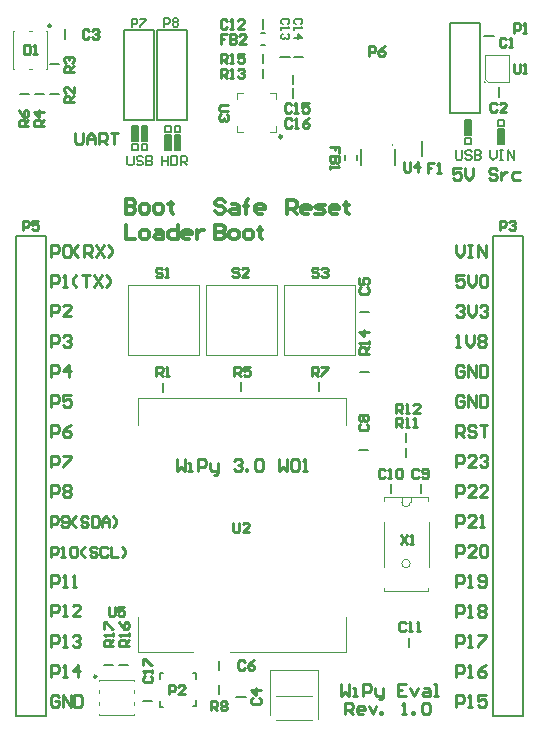
<source format=gto>
G04*
G04 #@! TF.GenerationSoftware,Altium Limited,Altium Designer,18.1.7 (191)*
G04*
G04 Layer_Color=65535*
%FSLAX44Y44*%
%MOMM*%
G71*
G01*
G75*
%ADD10C,0.2200*%
%ADD11C,0.1000*%
%ADD12C,0.2000*%
%ADD13C,0.2540*%
%ADD14C,0.2500*%
%ADD15C,0.3000*%
G36*
X108980Y505460D02*
X113680D01*
Y492760D01*
X108980D01*
Y505460D01*
D02*
G37*
G36*
X116980D02*
X121680D01*
Y492760D01*
X116980D01*
Y505460D01*
D02*
G37*
G36*
X136950Y485140D02*
X141650D01*
Y497840D01*
X136950D01*
Y485140D01*
D02*
G37*
G36*
X144950D02*
X149650D01*
Y497840D01*
X144950D01*
Y485140D01*
D02*
G37*
G36*
X391030Y510030D02*
X395730D01*
Y497330D01*
X391030D01*
Y510030D01*
D02*
G37*
G36*
X418970Y489710D02*
X423670D01*
Y502410D01*
X418970D01*
Y489710D01*
D02*
G37*
G36*
X406570Y543740D02*
X409110Y541200D01*
X406570D01*
Y543740D01*
D02*
G37*
D10*
X39850Y590010D02*
G03*
X39850Y590010I-1000J0D01*
G01*
X78580Y38878D02*
G03*
X78580Y38878I-1000J0D01*
G01*
D11*
X344302Y134620D02*
G03*
X344302Y134620I-3592J0D01*
G01*
X336900Y186690D02*
G03*
X344520Y186690I3810J0D01*
G01*
X36340Y553690D02*
Y585690D01*
X8340Y553690D02*
Y585690D01*
X35840Y553690D02*
X36340D01*
X21070D02*
X23610D01*
X8340D02*
X8840D01*
X8340Y585690D02*
X8840D01*
X21070D02*
X23610D01*
X35840D02*
X36340D01*
X428160Y545010D02*
Y565330D01*
X407840D02*
X428160D01*
X407840Y545010D02*
Y565330D01*
X428160Y542470D02*
Y545010D01*
X410380Y542470D02*
X428160D01*
X407840Y545010D02*
X410380Y542470D01*
X113680Y275140D02*
X290180D01*
X113680Y251640D02*
Y275140D01*
X290180Y251640D02*
Y275140D01*
Y60140D02*
Y89640D01*
X191930Y60140D02*
X290180D01*
X113680D02*
X159930D01*
X113680D02*
Y89640D01*
X105280Y310920D02*
Y370920D01*
X165280D01*
Y310920D02*
Y370920D01*
X105280Y310920D02*
X165280D01*
X297360D02*
Y370920D01*
X237360Y310920D02*
X297360D01*
X237360D02*
Y370920D01*
X297360D01*
X231320Y310916D02*
Y370916D01*
X171320Y310916D02*
X231320D01*
X171320D02*
Y370916D01*
X231320D01*
X80360Y6098D02*
X110360D01*
Y7128D01*
X80360Y6098D02*
Y7128D01*
Y14988D02*
Y17288D01*
X110360Y14988D02*
Y17288D01*
Y24908D02*
Y27208D01*
X80360Y24908D02*
Y27208D01*
Y35068D02*
Y36098D01*
X110360Y35068D02*
Y36098D01*
X80360D02*
X110360D01*
X321710Y111130D02*
X359710D01*
Y187960D02*
Y191130D01*
X321710Y187960D02*
Y191130D01*
X321660Y187960D02*
X321710D01*
Y111130D02*
Y114300D01*
X359710Y111130D02*
Y114300D01*
X359760Y132080D02*
Y170180D01*
X321660Y132080D02*
Y170180D01*
X336900Y186690D02*
Y191130D01*
X344520Y186690D02*
Y191130D01*
X321710D02*
X336900D01*
X344520D02*
X359710D01*
X336900D02*
X344520D01*
X197610Y527970D02*
Y533050D01*
X225550Y500030D02*
X230630D01*
X197610Y533050D02*
X202690D01*
X230630Y500030D02*
Y505110D01*
X225550Y533050D02*
X230630D01*
X197610Y500030D02*
Y505110D01*
X230630Y527970D02*
Y533050D01*
X197610Y500030D02*
X202690D01*
X245850Y22368D02*
X260850D01*
X230850D02*
X245850D01*
Y2368D02*
X260850D01*
X230850D02*
X245850D01*
X225294Y44677D02*
X265934D01*
X225294Y6780D02*
Y44677D01*
X265934Y3281D02*
Y44677D01*
D12*
X329500Y489000D02*
G03*
X329500Y489000I-500J0D01*
G01*
X343330Y64000D02*
Y72000D01*
X341000Y237190D02*
Y244810D01*
Y225190D02*
Y232810D01*
X414300Y5900D02*
X439700D01*
Y393250D01*
Y412300D01*
X414300D02*
X439700D01*
X414300Y5900D02*
Y412300D01*
X10300Y5900D02*
X35700D01*
Y393250D01*
Y412300D01*
X10300D02*
X35700D01*
X10300Y5900D02*
Y412300D01*
X391030Y510030D02*
X395730D01*
Y497330D02*
Y510030D01*
X391030Y497330D02*
X395730D01*
X391030D02*
Y510030D01*
Y489710D02*
Y494790D01*
Y489710D02*
X395730D01*
Y494790D01*
X391030D02*
X395730D01*
X418970Y504950D02*
X423670D01*
Y510030D01*
X418970D02*
X423670D01*
X418970Y504950D02*
Y510030D01*
Y489710D02*
Y502410D01*
X423670D01*
Y489710D02*
Y502410D01*
X418970Y489710D02*
X423670D01*
X136950Y485140D02*
X141650D01*
Y497840D01*
X136950D02*
X141650D01*
X136950Y485140D02*
Y497840D01*
X144950Y485140D02*
Y497840D01*
X149650D01*
Y485140D02*
Y497840D01*
X144950Y485140D02*
X149650D01*
X136950Y500380D02*
Y505460D01*
X141650D01*
Y500380D02*
Y505460D01*
X136950Y500380D02*
X141650D01*
X144950D02*
X149650D01*
Y505460D01*
X144950D02*
X149650D01*
X144950Y500380D02*
Y505460D01*
X116980Y485140D02*
Y490220D01*
Y485140D02*
X121680D01*
Y490220D01*
X116980D02*
X121680D01*
X108980D02*
X113680D01*
Y485140D02*
Y490220D01*
X108980Y485140D02*
X113680D01*
X108980D02*
Y490220D01*
X116980Y505460D02*
X121680D01*
Y492760D02*
Y505460D01*
X116980Y492760D02*
X121680D01*
X116980D02*
Y505460D01*
X108980Y492760D02*
Y505460D01*
Y492760D02*
X113680D01*
Y505460D01*
X108980D02*
X113680D01*
X378060Y516540D02*
Y592740D01*
Y516540D02*
X403460D01*
Y592740D01*
X378060D02*
X403460D01*
X301650Y297180D02*
X309270D01*
X38850Y532510D02*
X46470D01*
X38850Y557910D02*
X46470D01*
X26150Y532510D02*
X33770D01*
X13450D02*
X21070D01*
X52000Y579000D02*
Y587000D01*
X419000Y530000D02*
Y538000D01*
X407000Y581000D02*
X415000D01*
X300800Y231000D02*
X308800D01*
X197000Y22000D02*
X205000D01*
X182000Y24306D02*
Y31925D01*
Y44540D02*
Y52540D01*
X162750Y14116D02*
Y19116D01*
X160750Y14116D02*
X162750D01*
Y37115D02*
Y42116D01*
X160750D02*
X162750D01*
X132750Y13116D02*
X134750D01*
X132750D02*
Y18116D01*
Y42116D02*
X134750D01*
X132750Y37115D02*
Y42116D01*
X301460Y347980D02*
X309460D01*
X135280Y280114D02*
Y287734D01*
X267360Y280670D02*
Y288290D01*
X201320Y280670D02*
Y288290D01*
X97750Y49038D02*
X105370D01*
X85200D02*
X92820D01*
X118030Y18558D02*
X126030D01*
X327660Y194120D02*
Y202120D01*
X353060Y194120D02*
Y202120D01*
X244600Y529050D02*
Y537050D01*
Y540480D02*
Y548480D01*
X245680Y563530D02*
X253680D01*
X234250D02*
X242250D01*
X219200Y545750D02*
Y553370D01*
Y558450D02*
Y566070D01*
X331000Y472000D02*
Y486000D01*
X303000Y472000D02*
Y486000D01*
X299130Y476440D02*
Y480440D01*
X289130Y476440D02*
Y480440D01*
X217510Y573770D02*
X221510D01*
X217510Y583770D02*
X221510D01*
X219510Y587470D02*
Y595470D01*
X353820Y480060D02*
Y492060D01*
X130189Y510541D02*
X155589D01*
X130189D02*
Y586741D01*
X155589D01*
Y510541D02*
Y586741D01*
X102249Y510541D02*
X127649D01*
X102249D02*
Y586741D01*
X127649D01*
Y510541D02*
Y586741D01*
X412080Y484627D02*
Y479296D01*
X414746Y476630D01*
X417412Y479296D01*
Y484627D01*
X420077D02*
X422743D01*
X421410D01*
Y476630D01*
X420077D01*
X422743D01*
X426742D02*
Y484627D01*
X432074Y476630D01*
Y484627D01*
X133840Y479897D02*
Y471900D01*
Y475899D01*
X139172D01*
Y479897D01*
Y471900D01*
X141837Y479897D02*
Y471900D01*
X145836D01*
X147169Y473233D01*
Y478564D01*
X145836Y479897D01*
X141837D01*
X149835Y471900D02*
Y479897D01*
X153834D01*
X155166Y478564D01*
Y475899D01*
X153834Y474566D01*
X149835D01*
X152501D02*
X155166Y471900D01*
X104630Y479897D02*
Y473233D01*
X105963Y471900D01*
X108629D01*
X109962Y473233D01*
Y479897D01*
X117959Y478564D02*
X116626Y479897D01*
X113960D01*
X112627Y478564D01*
Y477232D01*
X113960Y475899D01*
X116626D01*
X117959Y474566D01*
Y473233D01*
X116626Y471900D01*
X113960D01*
X112627Y473233D01*
X120625Y479897D02*
Y471900D01*
X124624D01*
X125956Y473233D01*
Y474566D01*
X124624Y475899D01*
X120625D01*
X124624D01*
X125956Y477232D01*
Y478564D01*
X124624Y479897D01*
X120625D01*
X382870Y484627D02*
Y477963D01*
X384203Y476630D01*
X386869D01*
X388202Y477963D01*
Y484627D01*
X396199Y483294D02*
X394866Y484627D01*
X392200D01*
X390867Y483294D01*
Y481962D01*
X392200Y480629D01*
X394866D01*
X396199Y479296D01*
Y477963D01*
X394866Y476630D01*
X392200D01*
X390867Y477963D01*
X398865Y484627D02*
Y476630D01*
X402864D01*
X404196Y477963D01*
Y479296D01*
X402864Y480629D01*
X398865D01*
X402864D01*
X404196Y481962D01*
Y483294D01*
X402864Y484627D01*
X398865D01*
X136000Y589336D02*
Y596333D01*
X139499D01*
X140665Y595167D01*
Y592834D01*
X139499Y591668D01*
X136000D01*
X142998Y595167D02*
X144164Y596333D01*
X146497D01*
X147663Y595167D01*
Y594001D01*
X146497Y592834D01*
X147663Y591668D01*
Y590502D01*
X146497Y589336D01*
X144164D01*
X142998Y590502D01*
Y591668D01*
X144164Y592834D01*
X142998Y594001D01*
Y595167D01*
X144164Y592834D02*
X146497D01*
X108600Y588885D02*
Y595883D01*
X112099D01*
X113265Y594717D01*
Y592384D01*
X112099Y591218D01*
X108600D01*
X115598Y595883D02*
X120263D01*
Y594717D01*
X115598Y590052D01*
Y588885D01*
X251831Y591335D02*
X252998Y592501D01*
Y594834D01*
X251831Y596000D01*
X247166D01*
X246000Y594834D01*
Y592501D01*
X247166Y591335D01*
X246000Y589002D02*
Y586670D01*
Y587836D01*
X252998D01*
X251831Y589002D01*
X246000Y579672D02*
X252998D01*
X249499Y583171D01*
Y578506D01*
X240832Y591335D02*
X241998Y592501D01*
Y594834D01*
X240832Y596000D01*
X236166D01*
X235000Y594834D01*
Y592501D01*
X236166Y591335D01*
X235000Y589002D02*
Y586670D01*
Y587836D01*
X241998D01*
X240832Y589002D01*
Y583171D02*
X241998Y582005D01*
Y579672D01*
X240832Y578506D01*
X239665D01*
X238499Y579672D01*
Y580838D01*
Y579672D01*
X237333Y578506D01*
X236166D01*
X235000Y579672D01*
Y582005D01*
X236166Y583171D01*
D13*
X235710Y496220D02*
G03*
X235710Y496220I-1270J0D01*
G01*
X89000Y97997D02*
Y91333D01*
X90333Y90000D01*
X92999D01*
X94332Y91333D01*
Y97997D01*
X102329D02*
X96997D01*
Y93999D01*
X99663Y95332D01*
X100996D01*
X102329Y93999D01*
Y91333D01*
X100996Y90000D01*
X98330D01*
X96997Y91333D01*
X93000Y65000D02*
X85003D01*
Y68999D01*
X86335Y70332D01*
X89001D01*
X90334Y68999D01*
Y65000D01*
Y67666D02*
X93000Y70332D01*
Y72997D02*
Y75663D01*
Y74330D01*
X85003D01*
X86335Y72997D01*
X85003Y79662D02*
Y84994D01*
X86335D01*
X91667Y79662D01*
X93000D01*
X106000Y65000D02*
X98003D01*
Y68999D01*
X99335Y70332D01*
X102001D01*
X103334Y68999D01*
Y65000D01*
Y67666D02*
X106000Y70332D01*
Y72997D02*
Y75663D01*
Y74330D01*
X98003D01*
X99335Y72997D01*
X98003Y84994D02*
X99335Y82328D01*
X102001Y79662D01*
X104667D01*
X106000Y80995D01*
Y83661D01*
X104667Y84994D01*
X103334D01*
X102001Y83661D01*
Y79662D01*
X119335Y39332D02*
X118003Y37999D01*
Y35333D01*
X119335Y34000D01*
X124667D01*
X126000Y35333D01*
Y37999D01*
X124667Y39332D01*
X126000Y41997D02*
Y44663D01*
Y43330D01*
X118003D01*
X119335Y41997D01*
X118003Y48662D02*
Y53994D01*
X119335D01*
X124667Y48662D01*
X126000D01*
X336130Y159127D02*
X341462Y151130D01*
Y159127D02*
X336130Y151130D01*
X344127D02*
X346793D01*
X345460D01*
Y159127D01*
X344127Y157795D01*
X190367Y522890D02*
X183703D01*
X182370Y521557D01*
Y518891D01*
X183703Y517558D01*
X190367D01*
X189035Y514893D02*
X190367Y513560D01*
Y510894D01*
X189035Y509561D01*
X187702D01*
X186369Y510894D01*
Y512227D01*
Y510894D01*
X185036Y509561D01*
X183703D01*
X182370Y510894D01*
Y513560D01*
X183703Y514893D01*
X432000Y557997D02*
Y551333D01*
X433333Y550000D01*
X435999D01*
X437332Y551333D01*
Y557997D01*
X439997Y550000D02*
X442663D01*
X441330D01*
Y557997D01*
X439997Y556665D01*
X309370Y564800D02*
Y572797D01*
X313369D01*
X314702Y571465D01*
Y568799D01*
X313369Y567466D01*
X309370D01*
X322699Y572797D02*
X320033Y571465D01*
X317367Y568799D01*
Y566133D01*
X318700Y564800D01*
X321366D01*
X322699Y566133D01*
Y567466D01*
X321366Y568799D01*
X317367D01*
X364612Y473737D02*
X359280D01*
Y469739D01*
X361946D01*
X359280D01*
Y465740D01*
X367277D02*
X369943D01*
X368610D01*
Y473737D01*
X367277Y472405D01*
X339050Y474297D02*
Y467633D01*
X340383Y466300D01*
X343049D01*
X344382Y467633D01*
Y474297D01*
X351046Y466300D02*
Y474297D01*
X347047Y470299D01*
X352379D01*
X194310Y169287D02*
Y162623D01*
X195643Y161290D01*
X198309D01*
X199642Y162623D01*
Y169287D01*
X207639Y161290D02*
X202307D01*
X207639Y166622D01*
Y167955D01*
X206306Y169287D01*
X203640D01*
X202307Y167955D01*
X266342Y383854D02*
X265009Y385187D01*
X262343D01*
X261010Y383854D01*
Y382522D01*
X262343Y381189D01*
X265009D01*
X266342Y379856D01*
Y378523D01*
X265009Y377190D01*
X262343D01*
X261010Y378523D01*
X269007Y383854D02*
X270340Y385187D01*
X273006D01*
X274339Y383854D01*
Y382522D01*
X273006Y381189D01*
X271673D01*
X273006D01*
X274339Y379856D01*
Y378523D01*
X273006Y377190D01*
X270340D01*
X269007Y378523D01*
X199032Y383854D02*
X197699Y385187D01*
X195033D01*
X193700Y383854D01*
Y382522D01*
X195033Y381189D01*
X197699D01*
X199032Y379856D01*
Y378523D01*
X197699Y377190D01*
X195033D01*
X193700Y378523D01*
X207029Y377190D02*
X201697D01*
X207029Y382522D01*
Y383854D01*
X205696Y385187D01*
X203030D01*
X201697Y383854D01*
X134262Y383700D02*
X132929Y385033D01*
X130263D01*
X128930Y383700D01*
Y382368D01*
X130263Y381035D01*
X132929D01*
X134262Y379702D01*
Y378369D01*
X132929Y377036D01*
X130263D01*
X128930Y378369D01*
X136927Y377036D02*
X139593D01*
X138260D01*
Y385033D01*
X136927Y383700D01*
X183640Y558450D02*
Y566447D01*
X187639D01*
X188972Y565115D01*
Y562449D01*
X187639Y561116D01*
X183640D01*
X186306D02*
X188972Y558450D01*
X191637D02*
X194303D01*
X192970D01*
Y566447D01*
X191637Y565115D01*
X203633Y566447D02*
X198302D01*
Y562449D01*
X200968Y563782D01*
X202301D01*
X203633Y562449D01*
Y559783D01*
X202301Y558450D01*
X199635D01*
X198302Y559783D01*
X309270Y312420D02*
X301273D01*
Y316419D01*
X302605Y317752D01*
X305271D01*
X306604Y316419D01*
Y312420D01*
Y315086D02*
X309270Y317752D01*
Y320417D02*
Y323083D01*
Y321750D01*
X301273D01*
X302605Y320417D01*
X309270Y331081D02*
X301273D01*
X305271Y327082D01*
Y332414D01*
X183640Y545750D02*
Y553747D01*
X187639D01*
X188972Y552415D01*
Y549749D01*
X187639Y548416D01*
X183640D01*
X186306D02*
X188972Y545750D01*
X191637D02*
X194303D01*
X192970D01*
Y553747D01*
X191637Y552415D01*
X198302D02*
X199635Y553747D01*
X202301D01*
X203633Y552415D01*
Y551082D01*
X202301Y549749D01*
X200968D01*
X202301D01*
X203633Y548416D01*
Y547083D01*
X202301Y545750D01*
X199635D01*
X198302Y547083D01*
X332330Y262000D02*
Y269997D01*
X336329D01*
X337662Y268664D01*
Y265999D01*
X336329Y264666D01*
X332330D01*
X334996D02*
X337662Y262000D01*
X340327D02*
X342993D01*
X341660D01*
Y269997D01*
X340327Y268664D01*
X352324Y262000D02*
X346992D01*
X352324Y267332D01*
Y268664D01*
X350991Y269997D01*
X348325D01*
X346992Y268664D01*
X332330Y250000D02*
Y257997D01*
X336329D01*
X337662Y256665D01*
Y253999D01*
X336329Y252666D01*
X332330D01*
X334996D02*
X337662Y250000D01*
X340327D02*
X342993D01*
X341660D01*
Y257997D01*
X340327Y256665D01*
X346992Y250000D02*
X349658D01*
X348325D01*
Y257997D01*
X346992Y256665D01*
X175650Y10336D02*
Y18333D01*
X179649D01*
X180982Y17000D01*
Y14334D01*
X179649Y13001D01*
X175650D01*
X178316D02*
X180982Y10336D01*
X183647Y17000D02*
X184980Y18333D01*
X187646D01*
X188979Y17000D01*
Y15667D01*
X187646Y14334D01*
X188979Y13001D01*
Y11668D01*
X187646Y10336D01*
X184980D01*
X183647Y11668D01*
Y13001D01*
X184980Y14334D01*
X183647Y15667D01*
Y17000D01*
X184980Y14334D02*
X187646D01*
X261010Y293370D02*
Y301367D01*
X265009D01*
X266342Y300035D01*
Y297369D01*
X265009Y296036D01*
X261010D01*
X263676D02*
X266342Y293370D01*
X269007Y301367D02*
X274339D01*
Y300035D01*
X269007Y294703D01*
Y293370D01*
X21000Y505000D02*
X13003D01*
Y508999D01*
X14336Y510332D01*
X17001D01*
X18334Y508999D01*
Y505000D01*
Y507666D02*
X21000Y510332D01*
X13003Y518329D02*
X14336Y515663D01*
X17001Y512997D01*
X19667D01*
X21000Y514330D01*
Y516996D01*
X19667Y518329D01*
X18334D01*
X17001Y516996D01*
Y512997D01*
X195320Y293370D02*
Y301367D01*
X199319D01*
X200652Y300035D01*
Y297369D01*
X199319Y296036D01*
X195320D01*
X197986D02*
X200652Y293370D01*
X208649Y301367D02*
X203317D01*
Y297369D01*
X205983Y298702D01*
X207316D01*
X208649Y297369D01*
Y294703D01*
X207316Y293370D01*
X204650D01*
X203317Y294703D01*
X34000Y505000D02*
X26003D01*
Y508999D01*
X27336Y510332D01*
X30001D01*
X31334Y508999D01*
Y505000D01*
Y507666D02*
X34000Y510332D01*
Y516996D02*
X26003D01*
X30001Y512997D01*
Y518329D01*
X59170Y550640D02*
X51173D01*
Y554639D01*
X52505Y555972D01*
X55171D01*
X56504Y554639D01*
Y550640D01*
Y553306D02*
X59170Y555972D01*
X52505Y558637D02*
X51173Y559970D01*
Y562636D01*
X52505Y563969D01*
X53838D01*
X55171Y562636D01*
Y561303D01*
Y562636D01*
X56504Y563969D01*
X57837D01*
X59170Y562636D01*
Y559970D01*
X57837Y558637D01*
X59170Y525240D02*
X51173D01*
Y529239D01*
X52505Y530572D01*
X55171D01*
X56504Y529239D01*
Y525240D01*
Y527906D02*
X59170Y530572D01*
Y538569D02*
Y533237D01*
X53838Y538569D01*
X52505D01*
X51173Y537236D01*
Y534570D01*
X52505Y533237D01*
X129280Y293370D02*
Y301367D01*
X133279D01*
X134612Y300035D01*
Y297369D01*
X133279Y296036D01*
X129280D01*
X131946D02*
X134612Y293370D01*
X137277D02*
X139943D01*
X138610D01*
Y301367D01*
X137277Y300035D01*
X16000Y417000D02*
Y424997D01*
X19999D01*
X21332Y423665D01*
Y420999D01*
X19999Y419666D01*
X16000D01*
X29329Y424997D02*
X23997D01*
Y420999D01*
X26663Y422332D01*
X27996D01*
X29329Y420999D01*
Y418333D01*
X27996Y417000D01*
X25330D01*
X23997Y418333D01*
X420000Y417000D02*
Y424997D01*
X423999D01*
X425332Y423665D01*
Y420999D01*
X423999Y419666D01*
X420000D01*
X427997Y423665D02*
X429330Y424997D01*
X431996D01*
X433329Y423665D01*
Y422332D01*
X431996Y420999D01*
X430663D01*
X431996D01*
X433329Y419666D01*
Y418333D01*
X431996Y417000D01*
X429330D01*
X427997Y418333D01*
X139890Y23907D02*
Y31905D01*
X143889D01*
X145222Y30572D01*
Y27906D01*
X143889Y26573D01*
X139890D01*
X153219Y23907D02*
X147887D01*
X153219Y29239D01*
Y30572D01*
X151886Y31905D01*
X149220D01*
X147887Y30572D01*
X432000Y584000D02*
Y591997D01*
X435999D01*
X437332Y590664D01*
Y587999D01*
X435999Y586666D01*
X432000D01*
X439997Y584000D02*
X442663D01*
X441330D01*
Y591997D01*
X439997Y590664D01*
X188972Y582957D02*
X183640D01*
Y578959D01*
X186306D01*
X183640D01*
Y574960D01*
X191637Y582957D02*
Y574960D01*
X195636D01*
X196969Y576293D01*
Y577626D01*
X195636Y578959D01*
X191637D01*
X195636D01*
X196969Y580292D01*
Y581624D01*
X195636Y582957D01*
X191637D01*
X204966Y574960D02*
X199635D01*
X204966Y580292D01*
Y581624D01*
X203633Y582957D01*
X200968D01*
X199635Y581624D01*
X284347Y481998D02*
Y487330D01*
X280349D01*
Y484664D01*
Y487330D01*
X276350D01*
X284347Y479333D02*
X276350D01*
Y475334D01*
X277683Y474001D01*
X279016D01*
X280349Y475334D01*
Y479333D01*
Y475334D01*
X281682Y474001D01*
X283015D01*
X284347Y475334D01*
Y479333D01*
X276350Y471335D02*
Y468669D01*
Y470002D01*
X284347D01*
X283015Y471335D01*
X17260Y573877D02*
Y565880D01*
X21259D01*
X22592Y567213D01*
Y572545D01*
X21259Y573877D01*
X17260D01*
X25257Y565880D02*
X27923D01*
X26590D01*
Y573877D01*
X25257Y572545D01*
X243932Y510504D02*
X242599Y511837D01*
X239933D01*
X238600Y510504D01*
Y505173D01*
X239933Y503840D01*
X242599D01*
X243932Y505173D01*
X246597Y503840D02*
X249263D01*
X247930D01*
Y511837D01*
X246597Y510504D01*
X258594Y511837D02*
X255928Y510504D01*
X253262Y507839D01*
Y505173D01*
X254595Y503840D01*
X257261D01*
X258594Y505173D01*
Y506506D01*
X257261Y507839D01*
X253262D01*
X243582Y523204D02*
X242249Y524537D01*
X239583D01*
X238250Y523204D01*
Y517873D01*
X239583Y516540D01*
X242249D01*
X243582Y517873D01*
X246247Y516540D02*
X248913D01*
X247580D01*
Y524537D01*
X246247Y523204D01*
X258244Y524537D02*
X252912D01*
Y520539D01*
X255578Y521872D01*
X256911D01*
X258244Y520539D01*
Y517873D01*
X256911Y516540D01*
X254245D01*
X252912Y517873D01*
X188972Y594324D02*
X187639Y595657D01*
X184973D01*
X183640Y594324D01*
Y588993D01*
X184973Y587660D01*
X187639D01*
X188972Y588993D01*
X191637Y587660D02*
X194303D01*
X192970D01*
Y595657D01*
X191637Y594324D01*
X203633Y587660D02*
X198302D01*
X203633Y592992D01*
Y594324D01*
X202301Y595657D01*
X199635D01*
X198302Y594324D01*
X340332Y84124D02*
X338999Y85457D01*
X336333D01*
X335000Y84124D01*
Y78793D01*
X336333Y77460D01*
X338999D01*
X340332Y78793D01*
X342997Y77460D02*
X345663D01*
X344330D01*
Y85457D01*
X342997Y84124D01*
X349662Y77460D02*
X352328D01*
X350995D01*
Y85457D01*
X349662Y84124D01*
X322832Y213675D02*
X321499Y215007D01*
X318833D01*
X317500Y213675D01*
Y208343D01*
X318833Y207010D01*
X321499D01*
X322832Y208343D01*
X325497Y207010D02*
X328163D01*
X326830D01*
Y215007D01*
X325497Y213675D01*
X332162D02*
X333495Y215007D01*
X336161D01*
X337494Y213675D01*
Y208343D01*
X336161Y207010D01*
X333495D01*
X332162Y208343D01*
Y213675D01*
X351472D02*
X350139Y215007D01*
X347473D01*
X346140Y213675D01*
Y208343D01*
X347473Y207010D01*
X350139D01*
X351472Y208343D01*
X354137D02*
X355470Y207010D01*
X358136D01*
X359469Y208343D01*
Y213675D01*
X358136Y215007D01*
X355470D01*
X354137Y213675D01*
Y212342D01*
X355470Y211009D01*
X359469D01*
X301945Y252842D02*
X300613Y251509D01*
Y248843D01*
X301945Y247510D01*
X307277D01*
X308610Y248843D01*
Y251509D01*
X307277Y252842D01*
X301945Y255507D02*
X300613Y256840D01*
Y259506D01*
X301945Y260839D01*
X303278D01*
X304611Y259506D01*
X305944Y260839D01*
X307277D01*
X308610Y259506D01*
Y256840D01*
X307277Y255507D01*
X305944D01*
X304611Y256840D01*
X303278Y255507D01*
X301945D01*
X304611Y256840D02*
Y259506D01*
X204192Y51403D02*
X202859Y52736D01*
X200193D01*
X198860Y51403D01*
Y46071D01*
X200193Y44738D01*
X202859D01*
X204192Y46071D01*
X212189Y52736D02*
X209523Y51403D01*
X206857Y48737D01*
Y46071D01*
X208190Y44738D01*
X210856D01*
X212189Y46071D01*
Y47404D01*
X210856Y48737D01*
X206857D01*
X302605Y368552D02*
X301273Y367219D01*
Y364553D01*
X302605Y363220D01*
X307937D01*
X309270Y364553D01*
Y367219D01*
X307937Y368552D01*
X301273Y376549D02*
Y371217D01*
X305271D01*
X303938Y373883D01*
Y375216D01*
X305271Y376549D01*
X307937D01*
X309270Y375216D01*
Y372550D01*
X307937Y371217D01*
X210846Y20982D02*
X209513Y19649D01*
Y16983D01*
X210846Y15650D01*
X216177D01*
X217510Y16983D01*
Y19649D01*
X216177Y20982D01*
X217510Y27646D02*
X209513D01*
X213511Y23647D01*
Y28979D01*
X72332Y585664D02*
X70999Y586997D01*
X68333D01*
X67000Y585664D01*
Y580333D01*
X68333Y579000D01*
X70999D01*
X72332Y580333D01*
X74997Y585664D02*
X76330Y586997D01*
X78996D01*
X80329Y585664D01*
Y584332D01*
X78996Y582999D01*
X77663D01*
X78996D01*
X80329Y581666D01*
Y580333D01*
X78996Y579000D01*
X76330D01*
X74997Y580333D01*
X417332Y523665D02*
X415999Y524997D01*
X413333D01*
X412000Y523665D01*
Y518333D01*
X413333Y517000D01*
X415999D01*
X417332Y518333D01*
X425329Y517000D02*
X419997D01*
X425329Y522332D01*
Y523665D01*
X423996Y524997D01*
X421330D01*
X419997Y523665D01*
X425332Y578665D02*
X423999Y579997D01*
X421333D01*
X420000Y578665D01*
Y573333D01*
X421333Y572000D01*
X423999D01*
X425332Y573333D01*
X427997Y572000D02*
X430663D01*
X429330D01*
Y579997D01*
X427997Y578665D01*
D14*
X387495Y469347D02*
X380830D01*
Y464348D01*
X384162Y466015D01*
X385828D01*
X387495Y464348D01*
Y461016D01*
X385828Y459350D01*
X382496D01*
X380830Y461016D01*
X390827Y469347D02*
Y462682D01*
X394159Y459350D01*
X397491Y462682D01*
Y469347D01*
X417485Y467681D02*
X415819Y469347D01*
X412486D01*
X410820Y467681D01*
Y466015D01*
X412486Y464348D01*
X415819D01*
X417485Y462682D01*
Y461016D01*
X415819Y459350D01*
X412486D01*
X410820Y461016D01*
X420817Y466015D02*
Y459350D01*
Y462682D01*
X422483Y464348D01*
X424149Y466015D01*
X425816D01*
X437478D02*
X432480D01*
X430814Y464348D01*
Y461016D01*
X432480Y459350D01*
X437478D01*
X60500Y499497D02*
Y491166D01*
X62166Y489500D01*
X65498D01*
X67165Y491166D01*
Y499497D01*
X70497Y489500D02*
Y496165D01*
X73829Y499497D01*
X77161Y496165D01*
Y489500D01*
Y494498D01*
X70497D01*
X80493Y489500D02*
Y499497D01*
X85492D01*
X87158Y497831D01*
Y494498D01*
X85492Y492832D01*
X80493D01*
X83826D02*
X87158Y489500D01*
X90490Y499497D02*
X97155D01*
X93823D01*
Y489500D01*
X146500Y222829D02*
Y212832D01*
X149832Y216164D01*
X153165Y212832D01*
Y222829D01*
X156497Y212832D02*
X159829D01*
X158163D01*
Y219497D01*
X156497D01*
X164827Y212832D02*
Y222829D01*
X169826D01*
X171492Y221163D01*
Y217831D01*
X169826Y216164D01*
X164827D01*
X174824Y219497D02*
Y214498D01*
X176490Y212832D01*
X181489D01*
Y211166D01*
X179823Y209500D01*
X178156D01*
X181489Y212832D02*
Y219497D01*
X194818Y221163D02*
X196484Y222829D01*
X199816D01*
X201482Y221163D01*
Y219497D01*
X199816Y217831D01*
X198150D01*
X199816D01*
X201482Y216164D01*
Y214498D01*
X199816Y212832D01*
X196484D01*
X194818Y214498D01*
X204814Y212832D02*
Y214498D01*
X206481D01*
Y212832D01*
X204814D01*
X213145Y221163D02*
X214811Y222829D01*
X218144D01*
X219810Y221163D01*
Y214498D01*
X218144Y212832D01*
X214811D01*
X213145Y214498D01*
Y221163D01*
X233139Y222829D02*
Y212832D01*
X236471Y216164D01*
X239803Y212832D01*
Y222829D01*
X243136Y221163D02*
X244802Y222829D01*
X248134D01*
X249800Y221163D01*
Y214498D01*
X248134Y212832D01*
X244802D01*
X243136Y214498D01*
Y221163D01*
X253132Y212832D02*
X256465D01*
X254798D01*
Y222829D01*
X253132Y221163D01*
X285930Y32925D02*
Y22928D01*
X289262Y26260D01*
X292595Y22928D01*
Y32925D01*
X295927Y22928D02*
X299259D01*
X297593D01*
Y29592D01*
X295927D01*
X304257Y22928D02*
Y32925D01*
X309256D01*
X310922Y31259D01*
Y27926D01*
X309256Y26260D01*
X304257D01*
X314254Y29592D02*
Y24594D01*
X315920Y22928D01*
X320919D01*
Y21262D01*
X319253Y19596D01*
X317586D01*
X320919Y22928D02*
Y29592D01*
X340912Y32925D02*
X334248D01*
Y22928D01*
X340912D01*
X334248Y27926D02*
X337580D01*
X344244Y29592D02*
X347577Y22928D01*
X350909Y29592D01*
X355908D02*
X359240D01*
X360906Y27926D01*
Y22928D01*
X355908D01*
X354241Y24594D01*
X355908Y26260D01*
X360906D01*
X364238Y22928D02*
X367570D01*
X365904D01*
Y32925D01*
X364238D01*
X289000Y7000D02*
Y16997D01*
X293998D01*
X295665Y15331D01*
Y11998D01*
X293998Y10332D01*
X289000D01*
X292332D02*
X295665Y7000D01*
X303995D02*
X300663D01*
X298997Y8666D01*
Y11998D01*
X300663Y13664D01*
X303995D01*
X305661Y11998D01*
Y10332D01*
X298997D01*
X308994Y13664D02*
X312326Y7000D01*
X315658Y13664D01*
X318990Y7000D02*
Y8666D01*
X320657D01*
Y7000D01*
X318990D01*
X337318D02*
X340650D01*
X338984D01*
Y16997D01*
X337318Y15331D01*
X345648Y7000D02*
Y8666D01*
X347314D01*
Y7000D01*
X345648D01*
X353979Y15331D02*
X355645Y16997D01*
X358977D01*
X360644Y15331D01*
Y8666D01*
X358977Y7000D01*
X355645D01*
X353979Y8666D01*
Y15331D01*
X383000Y13000D02*
Y22997D01*
X387998D01*
X389664Y21331D01*
Y17998D01*
X387998Y16332D01*
X383000D01*
X392997Y13000D02*
X396329D01*
X394663D01*
Y22997D01*
X392997Y21331D01*
X407992Y22997D02*
X401327D01*
Y17998D01*
X404660Y19664D01*
X406326D01*
X407992Y17998D01*
Y14666D01*
X406326Y13000D01*
X402994D01*
X401327Y14666D01*
X383000Y38400D02*
Y48397D01*
X387998D01*
X389664Y46731D01*
Y43398D01*
X387998Y41732D01*
X383000D01*
X392997Y38400D02*
X396329D01*
X394663D01*
Y48397D01*
X392997Y46731D01*
X407992Y48397D02*
X404660Y46731D01*
X401327Y43398D01*
Y40066D01*
X402994Y38400D01*
X406326D01*
X407992Y40066D01*
Y41732D01*
X406326Y43398D01*
X401327D01*
X383000Y63800D02*
Y73797D01*
X387998D01*
X389664Y72131D01*
Y68798D01*
X387998Y67132D01*
X383000D01*
X392997Y63800D02*
X396329D01*
X394663D01*
Y73797D01*
X392997Y72131D01*
X401327Y73797D02*
X407992D01*
Y72131D01*
X401327Y65466D01*
Y63800D01*
X383000Y89200D02*
Y99197D01*
X387998D01*
X389664Y97531D01*
Y94198D01*
X387998Y92532D01*
X383000D01*
X392997Y89200D02*
X396329D01*
X394663D01*
Y99197D01*
X392997Y97531D01*
X401327D02*
X402994Y99197D01*
X406326D01*
X407992Y97531D01*
Y95864D01*
X406326Y94198D01*
X407992Y92532D01*
Y90866D01*
X406326Y89200D01*
X402994D01*
X401327Y90866D01*
Y92532D01*
X402994Y94198D01*
X401327Y95864D01*
Y97531D01*
X402994Y94198D02*
X406326D01*
X383000Y114600D02*
Y124597D01*
X387998D01*
X389664Y122931D01*
Y119598D01*
X387998Y117932D01*
X383000D01*
X392997Y114600D02*
X396329D01*
X394663D01*
Y124597D01*
X392997Y122931D01*
X401327Y116266D02*
X402994Y114600D01*
X406326D01*
X407992Y116266D01*
Y122931D01*
X406326Y124597D01*
X402994D01*
X401327Y122931D01*
Y121264D01*
X402994Y119598D01*
X407992D01*
X383000Y140000D02*
Y149997D01*
X387998D01*
X389664Y148331D01*
Y144998D01*
X387998Y143332D01*
X383000D01*
X399661Y140000D02*
X392997D01*
X399661Y146664D01*
Y148331D01*
X397995Y149997D01*
X394663D01*
X392997Y148331D01*
X402994D02*
X404660Y149997D01*
X407992D01*
X409658Y148331D01*
Y141666D01*
X407992Y140000D01*
X404660D01*
X402994Y141666D01*
Y148331D01*
X383000Y165400D02*
Y175397D01*
X387998D01*
X389664Y173731D01*
Y170398D01*
X387998Y168732D01*
X383000D01*
X399661Y165400D02*
X392997D01*
X399661Y172064D01*
Y173731D01*
X397995Y175397D01*
X394663D01*
X392997Y173731D01*
X402994Y165400D02*
X406326D01*
X404660D01*
Y175397D01*
X402994Y173731D01*
X383000Y190800D02*
Y200797D01*
X387998D01*
X389664Y199131D01*
Y195798D01*
X387998Y194132D01*
X383000D01*
X399661Y190800D02*
X392997D01*
X399661Y197465D01*
Y199131D01*
X397995Y200797D01*
X394663D01*
X392997Y199131D01*
X409658Y190800D02*
X402994D01*
X409658Y197465D01*
Y199131D01*
X407992Y200797D01*
X404660D01*
X402994Y199131D01*
X383000Y216200D02*
Y226197D01*
X387998D01*
X389664Y224531D01*
Y221198D01*
X387998Y219532D01*
X383000D01*
X399661Y216200D02*
X392997D01*
X399661Y222864D01*
Y224531D01*
X397995Y226197D01*
X394663D01*
X392997Y224531D01*
X402994D02*
X404660Y226197D01*
X407992D01*
X409658Y224531D01*
Y222864D01*
X407992Y221198D01*
X406326D01*
X407992D01*
X409658Y219532D01*
Y217866D01*
X407992Y216200D01*
X404660D01*
X402994Y217866D01*
X383000Y241600D02*
Y251597D01*
X387998D01*
X389664Y249931D01*
Y246598D01*
X387998Y244932D01*
X383000D01*
X386332D02*
X389664Y241600D01*
X399661Y249931D02*
X397995Y251597D01*
X394663D01*
X392997Y249931D01*
Y248265D01*
X394663Y246598D01*
X397995D01*
X399661Y244932D01*
Y243266D01*
X397995Y241600D01*
X394663D01*
X392997Y243266D01*
X402994Y251597D02*
X409658D01*
X406326D01*
Y241600D01*
X389664Y275331D02*
X387998Y276997D01*
X384666D01*
X383000Y275331D01*
Y268666D01*
X384666Y267000D01*
X387998D01*
X389664Y268666D01*
Y271998D01*
X386332D01*
X392997Y267000D02*
Y276997D01*
X399661Y267000D01*
Y276997D01*
X402994D02*
Y267000D01*
X407992D01*
X409658Y268666D01*
Y275331D01*
X407992Y276997D01*
X402994D01*
X389664Y300731D02*
X387998Y302397D01*
X384666D01*
X383000Y300731D01*
Y294066D01*
X384666Y292400D01*
X387998D01*
X389664Y294066D01*
Y297398D01*
X386332D01*
X392997Y292400D02*
Y302397D01*
X399661Y292400D01*
Y302397D01*
X402994D02*
Y292400D01*
X407992D01*
X409658Y294066D01*
Y300731D01*
X407992Y302397D01*
X402994D01*
X383000Y317800D02*
X386332D01*
X384666D01*
Y327797D01*
X383000Y326131D01*
X391331Y327797D02*
Y321132D01*
X394663Y317800D01*
X397995Y321132D01*
Y327797D01*
X401327Y326131D02*
X402994Y327797D01*
X406326D01*
X407992Y326131D01*
Y324464D01*
X406326Y322798D01*
X407992Y321132D01*
Y319466D01*
X406326Y317800D01*
X402994D01*
X401327Y319466D01*
Y321132D01*
X402994Y322798D01*
X401327Y324464D01*
Y326131D01*
X402994Y322798D02*
X406326D01*
X383000Y351531D02*
X384666Y353197D01*
X387998D01*
X389664Y351531D01*
Y349865D01*
X387998Y348198D01*
X386332D01*
X387998D01*
X389664Y346532D01*
Y344866D01*
X387998Y343200D01*
X384666D01*
X383000Y344866D01*
X392997Y353197D02*
Y346532D01*
X396329Y343200D01*
X399661Y346532D01*
Y353197D01*
X402994Y351531D02*
X404660Y353197D01*
X407992D01*
X409658Y351531D01*
Y349865D01*
X407992Y348198D01*
X406326D01*
X407992D01*
X409658Y346532D01*
Y344866D01*
X407992Y343200D01*
X404660D01*
X402994Y344866D01*
X389664Y378597D02*
X383000D01*
Y373598D01*
X386332Y375265D01*
X387998D01*
X389664Y373598D01*
Y370266D01*
X387998Y368600D01*
X384666D01*
X383000Y370266D01*
X392997Y378597D02*
Y371932D01*
X396329Y368600D01*
X399661Y371932D01*
Y378597D01*
X402994Y376931D02*
X404660Y378597D01*
X407992D01*
X409658Y376931D01*
Y370266D01*
X407992Y368600D01*
X404660D01*
X402994Y370266D01*
Y376931D01*
X383000Y403997D02*
Y397332D01*
X386332Y394000D01*
X389664Y397332D01*
Y403997D01*
X392997D02*
X396329D01*
X394663D01*
Y394000D01*
X392997D01*
X396329D01*
X401327D02*
Y403997D01*
X407992Y394000D01*
Y403997D01*
X40000Y394000D02*
Y403997D01*
X44998D01*
X46665Y402331D01*
Y398998D01*
X44998Y397332D01*
X40000D01*
X49997Y402331D02*
X51663Y403997D01*
X54995D01*
X56661Y402331D01*
Y395666D01*
X54995Y394000D01*
X51663D01*
X49997Y395666D01*
Y402331D01*
X63326Y394000D02*
X59994Y397332D01*
Y400664D01*
X63326Y403997D01*
X68324Y394000D02*
Y403997D01*
X73323D01*
X74989Y402331D01*
Y398998D01*
X73323Y397332D01*
X68324D01*
X71656D02*
X74989Y394000D01*
X78321Y403997D02*
X84986Y394000D01*
Y403997D02*
X78321Y394000D01*
X88318D02*
X91650Y397332D01*
Y400664D01*
X88318Y403997D01*
X40000Y369000D02*
Y378997D01*
X44998D01*
X46665Y377331D01*
Y373998D01*
X44998Y372332D01*
X40000D01*
X49997Y369000D02*
X53329D01*
X51663D01*
Y378997D01*
X49997Y377331D01*
X61660Y369000D02*
X58327Y372332D01*
Y375664D01*
X61660Y378997D01*
X66658D02*
X73323D01*
X69990D01*
Y369000D01*
X76655Y378997D02*
X83319Y369000D01*
Y378997D02*
X76655Y369000D01*
X86652D02*
X89984Y372332D01*
Y375664D01*
X86652Y378997D01*
X40000Y344000D02*
Y353997D01*
X44998D01*
X46665Y352331D01*
Y348998D01*
X44998Y347332D01*
X40000D01*
X56661Y344000D02*
X49997D01*
X56661Y350664D01*
Y352331D01*
X54995Y353997D01*
X51663D01*
X49997Y352331D01*
X40000Y318000D02*
Y327997D01*
X44998D01*
X46665Y326331D01*
Y322998D01*
X44998Y321332D01*
X40000D01*
X49997Y326331D02*
X51663Y327997D01*
X54995D01*
X56661Y326331D01*
Y324664D01*
X54995Y322998D01*
X53329D01*
X54995D01*
X56661Y321332D01*
Y319666D01*
X54995Y318000D01*
X51663D01*
X49997Y319666D01*
X40000Y293000D02*
Y302997D01*
X44998D01*
X46665Y301331D01*
Y297998D01*
X44998Y296332D01*
X40000D01*
X54995Y293000D02*
Y302997D01*
X49997Y297998D01*
X56661D01*
X40000Y267000D02*
Y276997D01*
X44998D01*
X46665Y275331D01*
Y271998D01*
X44998Y270332D01*
X40000D01*
X56661Y276997D02*
X49997D01*
Y271998D01*
X53329Y273664D01*
X54995D01*
X56661Y271998D01*
Y268666D01*
X54995Y267000D01*
X51663D01*
X49997Y268666D01*
X40000Y242000D02*
Y251997D01*
X44998D01*
X46665Y250331D01*
Y246998D01*
X44998Y245332D01*
X40000D01*
X56661Y251997D02*
X53329Y250331D01*
X49997Y246998D01*
Y243666D01*
X51663Y242000D01*
X54995D01*
X56661Y243666D01*
Y245332D01*
X54995Y246998D01*
X49997D01*
X40000Y216000D02*
Y225997D01*
X44998D01*
X46665Y224331D01*
Y220998D01*
X44998Y219332D01*
X40000D01*
X49997Y225997D02*
X56661D01*
Y224331D01*
X49997Y217666D01*
Y216000D01*
X40000Y191000D02*
Y200997D01*
X44998D01*
X46665Y199331D01*
Y195998D01*
X44998Y194332D01*
X40000D01*
X49997Y199331D02*
X51663Y200997D01*
X54995D01*
X56661Y199331D01*
Y197665D01*
X54995Y195998D01*
X56661Y194332D01*
Y192666D01*
X54995Y191000D01*
X51663D01*
X49997Y192666D01*
Y194332D01*
X51663Y195998D01*
X49997Y197665D01*
Y199331D01*
X51663Y195998D02*
X54995D01*
X40000Y165540D02*
Y174537D01*
X44499D01*
X45998Y173038D01*
Y170039D01*
X44499Y168539D01*
X40000D01*
X48997Y167040D02*
X50497Y165540D01*
X53496D01*
X54995Y167040D01*
Y173038D01*
X53496Y174537D01*
X50497D01*
X48997Y173038D01*
Y171538D01*
X50497Y170039D01*
X54995D01*
X60993Y165540D02*
X57994Y168539D01*
Y171538D01*
X60993Y174537D01*
X71490Y173038D02*
X69990Y174537D01*
X66991D01*
X65492Y173038D01*
Y171538D01*
X66991Y170039D01*
X69990D01*
X71490Y168539D01*
Y167040D01*
X69990Y165540D01*
X66991D01*
X65492Y167040D01*
X74489Y174537D02*
Y165540D01*
X78987D01*
X80487Y167040D01*
Y173038D01*
X78987Y174537D01*
X74489D01*
X83486Y165540D02*
Y171538D01*
X86485Y174537D01*
X89484Y171538D01*
Y165540D01*
Y170039D01*
X83486D01*
X92483Y165540D02*
X95482Y168539D01*
Y171538D01*
X92483Y174537D01*
X40000Y140000D02*
Y148997D01*
X44499D01*
X45998Y147498D01*
Y144499D01*
X44499Y142999D01*
X40000D01*
X48997Y140000D02*
X51996D01*
X50497D01*
Y148997D01*
X48997Y147498D01*
X56495D02*
X57994Y148997D01*
X60993D01*
X62493Y147498D01*
Y141500D01*
X60993Y140000D01*
X57994D01*
X56495Y141500D01*
Y147498D01*
X68491Y140000D02*
X65492Y142999D01*
Y145998D01*
X68491Y148997D01*
X78987Y147498D02*
X77488Y148997D01*
X74489D01*
X72989Y147498D01*
Y145998D01*
X74489Y144499D01*
X77488D01*
X78987Y142999D01*
Y141500D01*
X77488Y140000D01*
X74489D01*
X72989Y141500D01*
X87985Y147498D02*
X86485Y148997D01*
X83486D01*
X81986Y147498D01*
Y141500D01*
X83486Y140000D01*
X86485D01*
X87985Y141500D01*
X90983Y148997D02*
Y140000D01*
X96981D01*
X99981D02*
X102980Y142999D01*
Y145998D01*
X99981Y148997D01*
X40000Y115000D02*
Y124997D01*
X44998D01*
X46665Y123331D01*
Y119998D01*
X44998Y118332D01*
X40000D01*
X49997Y115000D02*
X53329D01*
X51663D01*
Y124997D01*
X49997Y123331D01*
X58327Y115000D02*
X61660D01*
X59994D01*
Y124997D01*
X58327Y123331D01*
X40000Y90000D02*
Y99997D01*
X44998D01*
X46665Y98331D01*
Y94998D01*
X44998Y93332D01*
X40000D01*
X49997Y90000D02*
X53329D01*
X51663D01*
Y99997D01*
X49997Y98331D01*
X64992Y90000D02*
X58327D01*
X64992Y96664D01*
Y98331D01*
X63326Y99997D01*
X59994D01*
X58327Y98331D01*
X40000Y64390D02*
Y74387D01*
X44998D01*
X46665Y72721D01*
Y69388D01*
X44998Y67722D01*
X40000D01*
X49997Y64390D02*
X53329D01*
X51663D01*
Y74387D01*
X49997Y72721D01*
X58327D02*
X59994Y74387D01*
X63326D01*
X64992Y72721D01*
Y71055D01*
X63326Y69388D01*
X61660D01*
X63326D01*
X64992Y67722D01*
Y66056D01*
X63326Y64390D01*
X59994D01*
X58327Y66056D01*
X40000Y39000D02*
Y48997D01*
X44998D01*
X46665Y47331D01*
Y43998D01*
X44998Y42332D01*
X40000D01*
X49997Y39000D02*
X53329D01*
X51663D01*
Y48997D01*
X49997Y47331D01*
X63326Y39000D02*
Y48997D01*
X58327Y43998D01*
X64992D01*
X46665Y21331D02*
X44998Y22997D01*
X41666D01*
X40000Y21331D01*
Y14666D01*
X41666Y13000D01*
X44998D01*
X46665Y14666D01*
Y17998D01*
X43332D01*
X49997Y13000D02*
Y22997D01*
X56661Y13000D01*
Y22997D01*
X59994D02*
Y13000D01*
X64992D01*
X66658Y14666D01*
Y21331D01*
X64992Y22997D01*
X59994D01*
D15*
X187147Y440992D02*
X185148Y442991D01*
X181149D01*
X179150Y440992D01*
Y438993D01*
X181149Y436993D01*
X185148D01*
X187147Y434994D01*
Y432995D01*
X185148Y430995D01*
X181149D01*
X179150Y432995D01*
X193145Y438993D02*
X197144D01*
X199144Y436993D01*
Y430995D01*
X193145D01*
X191146Y432995D01*
X193145Y434994D01*
X199144D01*
X205142Y430995D02*
Y440992D01*
Y436993D01*
X203142D01*
X207141D01*
X205142D01*
Y440992D01*
X207141Y442991D01*
X219137Y430995D02*
X215138D01*
X213139Y432995D01*
Y436993D01*
X215138Y438993D01*
X219137D01*
X221136Y436993D01*
Y434994D01*
X213139D01*
X179150Y421396D02*
Y409400D01*
X185148D01*
X187147Y411399D01*
Y413399D01*
X185148Y415398D01*
X179150D01*
X185148D01*
X187147Y417397D01*
Y419397D01*
X185148Y421396D01*
X179150D01*
X193145Y409400D02*
X197144D01*
X199144Y411399D01*
Y415398D01*
X197144Y417397D01*
X193145D01*
X191146Y415398D01*
Y411399D01*
X193145Y409400D01*
X205142D02*
X209140D01*
X211140Y411399D01*
Y415398D01*
X209140Y417397D01*
X205142D01*
X203142Y415398D01*
Y411399D01*
X205142Y409400D01*
X217138Y419397D02*
Y417397D01*
X215138D01*
X219137D01*
X217138D01*
Y411399D01*
X219137Y409400D01*
X103330Y442991D02*
Y430995D01*
X109328D01*
X111327Y432995D01*
Y434994D01*
X109328Y436993D01*
X103330D01*
X109328D01*
X111327Y438993D01*
Y440992D01*
X109328Y442991D01*
X103330D01*
X117325Y430995D02*
X121324D01*
X123323Y432995D01*
Y436993D01*
X121324Y438993D01*
X117325D01*
X115326Y436993D01*
Y432995D01*
X117325Y430995D01*
X129322D02*
X133320D01*
X135320Y432995D01*
Y436993D01*
X133320Y438993D01*
X129322D01*
X127322Y436993D01*
Y432995D01*
X129322Y430995D01*
X141318Y440992D02*
Y438993D01*
X139318D01*
X143317D01*
X141318D01*
Y432995D01*
X143317Y430995D01*
X103330Y421396D02*
Y409400D01*
X111327D01*
X117325D02*
X121324D01*
X123323Y411399D01*
Y415398D01*
X121324Y417397D01*
X117325D01*
X115326Y415398D01*
Y411399D01*
X117325Y409400D01*
X129322Y417397D02*
X133320D01*
X135320Y415398D01*
Y409400D01*
X129322D01*
X127322Y411399D01*
X129322Y413399D01*
X135320D01*
X147316Y421396D02*
Y409400D01*
X141318D01*
X139318Y411399D01*
Y415398D01*
X141318Y417397D01*
X147316D01*
X157312Y409400D02*
X153314D01*
X151314Y411399D01*
Y415398D01*
X153314Y417397D01*
X157312D01*
X159312Y415398D01*
Y413399D01*
X151314D01*
X163311Y417397D02*
Y409400D01*
Y413399D01*
X165310Y415398D01*
X167309Y417397D01*
X169309D01*
X240030Y430530D02*
Y442526D01*
X246028D01*
X248027Y440527D01*
Y436528D01*
X246028Y434529D01*
X240030D01*
X244029D02*
X248027Y430530D01*
X258024D02*
X254025D01*
X252026Y432529D01*
Y436528D01*
X254025Y438527D01*
X258024D01*
X260023Y436528D01*
Y434529D01*
X252026D01*
X264022Y430530D02*
X270020D01*
X272020Y432529D01*
X270020Y434529D01*
X266022D01*
X264022Y436528D01*
X266022Y438527D01*
X272020D01*
X282016Y430530D02*
X278018D01*
X276018Y432529D01*
Y436528D01*
X278018Y438527D01*
X282016D01*
X284016Y436528D01*
Y434529D01*
X276018D01*
X290014Y440527D02*
Y438527D01*
X288015D01*
X292013D01*
X290014D01*
Y432529D01*
X292013Y430530D01*
M02*

</source>
